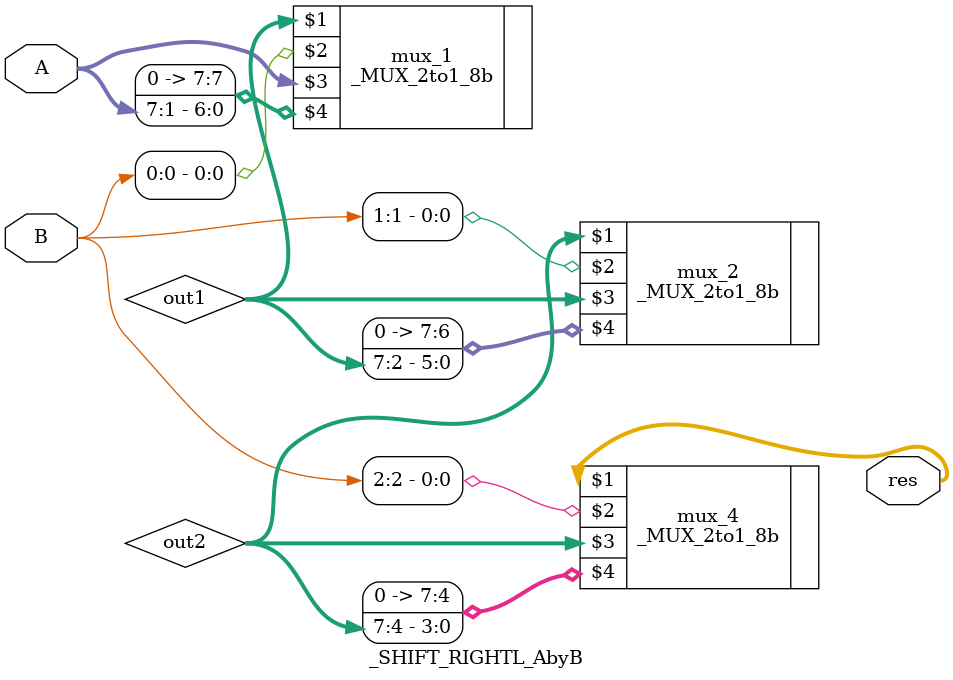
<source format=v>
`timescale 1ns / 1ps


module _SHIFT_RIGHTL_AbyB(
    output [7:0] res,
    input [7:0] A,
    input [7:0] B
    );
    wire [7:0] out1, out2;
    _MUX_2to1_8b mux_1(out1, B[0], A, {1'b0, A[7:1]});
    _MUX_2to1_8b mux_2(out2, B[1], out1, {2'b00, out1[7:2]});
    _MUX_2to1_8b mux_4(res, B[2], out2, {4'b0000, out2[7:4]});
endmodule

</source>
